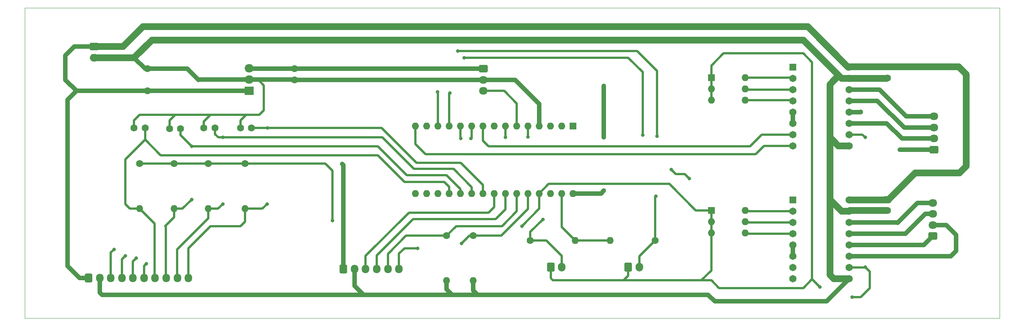
<source format=gbr>
%TF.GenerationSoftware,KiCad,Pcbnew,(6.0.7)*%
%TF.CreationDate,2023-06-05T07:56:33+05:30*%
%TF.ProjectId,acpm-arduino_motor_part,6163706d-2d61-4726-9475-696e6f5f6d6f,rev?*%
%TF.SameCoordinates,Original*%
%TF.FileFunction,Copper,L2,Bot*%
%TF.FilePolarity,Positive*%
%FSLAX46Y46*%
G04 Gerber Fmt 4.6, Leading zero omitted, Abs format (unit mm)*
G04 Created by KiCad (PCBNEW (6.0.7)) date 2023-06-05 07:56:33*
%MOMM*%
%LPD*%
G01*
G04 APERTURE LIST*
G04 Aperture macros list*
%AMRoundRect*
0 Rectangle with rounded corners*
0 $1 Rounding radius*
0 $2 $3 $4 $5 $6 $7 $8 $9 X,Y pos of 4 corners*
0 Add a 4 corners polygon primitive as box body*
4,1,4,$2,$3,$4,$5,$6,$7,$8,$9,$2,$3,0*
0 Add four circle primitives for the rounded corners*
1,1,$1+$1,$2,$3*
1,1,$1+$1,$4,$5*
1,1,$1+$1,$6,$7*
1,1,$1+$1,$8,$9*
0 Add four rect primitives between the rounded corners*
20,1,$1+$1,$2,$3,$4,$5,0*
20,1,$1+$1,$4,$5,$6,$7,0*
20,1,$1+$1,$6,$7,$8,$9,0*
20,1,$1+$1,$8,$9,$2,$3,0*%
G04 Aperture macros list end*
%TA.AperFunction,Profile*%
%ADD10C,0.100000*%
%TD*%
%TA.AperFunction,ComponentPad*%
%ADD11RoundRect,0.250000X-0.600000X-0.725000X0.600000X-0.725000X0.600000X0.725000X-0.600000X0.725000X0*%
%TD*%
%TA.AperFunction,ComponentPad*%
%ADD12O,1.700000X1.950000*%
%TD*%
%TA.AperFunction,ComponentPad*%
%ADD13RoundRect,0.250000X0.725000X-0.600000X0.725000X0.600000X-0.725000X0.600000X-0.725000X-0.600000X0*%
%TD*%
%TA.AperFunction,ComponentPad*%
%ADD14O,1.950000X1.700000*%
%TD*%
%TA.AperFunction,ComponentPad*%
%ADD15R,1.650000X1.650000*%
%TD*%
%TA.AperFunction,ComponentPad*%
%ADD16C,1.650000*%
%TD*%
%TA.AperFunction,ComponentPad*%
%ADD17RoundRect,0.250000X-0.750000X0.600000X-0.750000X-0.600000X0.750000X-0.600000X0.750000X0.600000X0*%
%TD*%
%TA.AperFunction,ComponentPad*%
%ADD18O,2.000000X1.700000*%
%TD*%
%TA.AperFunction,ComponentPad*%
%ADD19C,1.600000*%
%TD*%
%TA.AperFunction,ComponentPad*%
%ADD20R,1.600000X1.600000*%
%TD*%
%TA.AperFunction,ComponentPad*%
%ADD21O,1.600000X1.600000*%
%TD*%
%TA.AperFunction,ComponentPad*%
%ADD22R,2.000000X1.905000*%
%TD*%
%TA.AperFunction,ComponentPad*%
%ADD23O,2.000000X1.905000*%
%TD*%
%TA.AperFunction,ComponentPad*%
%ADD24RoundRect,0.250000X-0.600000X-0.750000X0.600000X-0.750000X0.600000X0.750000X-0.600000X0.750000X0*%
%TD*%
%TA.AperFunction,ComponentPad*%
%ADD25O,1.700000X2.000000*%
%TD*%
%TA.AperFunction,ComponentPad*%
%ADD26RoundRect,0.250000X-0.725000X0.600000X-0.725000X-0.600000X0.725000X-0.600000X0.725000X0.600000X0*%
%TD*%
%TA.AperFunction,ViaPad*%
%ADD27C,0.800000*%
%TD*%
%TA.AperFunction,Conductor*%
%ADD28C,0.500000*%
%TD*%
%TA.AperFunction,Conductor*%
%ADD29C,0.250000*%
%TD*%
%TA.AperFunction,Conductor*%
%ADD30C,1.000000*%
%TD*%
%TA.AperFunction,Conductor*%
%ADD31C,1.500000*%
%TD*%
G04 APERTURE END LIST*
D10*
X39000000Y-38000000D02*
X259000000Y-38000000D01*
X259000000Y-38000000D02*
X259000000Y-108000000D01*
X259000000Y-108000000D02*
X39000000Y-108000000D01*
X39000000Y-108000000D02*
X39000000Y-38000000D01*
D11*
%TO.P,J8,1,Pin_1*%
%TO.N,/12V*%
X53452500Y-98975000D03*
D12*
%TO.P,J8,2,Pin_2*%
%TO.N,/GND*%
X55952500Y-98975000D03*
%TO.P,J8,3,Pin_3*%
%TO.N,Net-(A1-Pad11)*%
X58452500Y-98975000D03*
%TO.P,J8,4,Pin_4*%
%TO.N,Net-(A1-Pad10)*%
X60952500Y-98975000D03*
%TO.P,J8,5,Pin_5*%
%TO.N,Net-(A1-Pad7)*%
X63452500Y-98975000D03*
%TO.P,J8,6,Pin_6*%
%TO.N,Net-(A1-Pad5)*%
X65952500Y-98975000D03*
%TO.P,J8,7,Pin_7*%
%TO.N,Net-(A1-Pad19)*%
X68452500Y-98975000D03*
%TO.P,J8,8,Pin_8*%
%TO.N,Net-(A1-Pad20)*%
X70952500Y-98975000D03*
%TO.P,J8,9,Pin_9*%
%TO.N,Net-(A1-Pad21)*%
X73452500Y-98975000D03*
%TO.P,J8,10,Pin_10*%
%TO.N,Net-(A1-Pad22)*%
X75952500Y-98975000D03*
%TD*%
D13*
%TO.P,J2,1,Pin_1*%
%TO.N,Net-(J2-Pad1)*%
X244177500Y-70000000D03*
D14*
%TO.P,J2,2,Pin_2*%
%TO.N,Net-(J2-Pad2)*%
X244177500Y-67500000D03*
%TO.P,J2,3,Pin_3*%
%TO.N,Net-(J2-Pad3)*%
X244177500Y-65000000D03*
%TO.P,J2,4,Pin_4*%
%TO.N,Net-(J2-Pad4)*%
X244177500Y-62500000D03*
%TD*%
D15*
%TO.P,U2,1,~{EN}*%
%TO.N,unconnected-(U2-Pad1)*%
X212352500Y-51360000D03*
D16*
%TO.P,U2,2,M0*%
%TO.N,Net-(SW2-Pad6)*%
X212352500Y-53900000D03*
%TO.P,U2,3,M1*%
%TO.N,Net-(SW2-Pad5)*%
X212352500Y-56440000D03*
%TO.P,U2,4,M2*%
%TO.N,Net-(SW2-Pad4)*%
X212352500Y-58980000D03*
%TO.P,U2,5,~{RST}*%
%TO.N,Net-(U2-Pad5)*%
X212352500Y-61520000D03*
%TO.P,U2,6,~{SLP}*%
X212352500Y-64060000D03*
%TO.P,U2,7,STEP*%
%TO.N,Net-(A1-Pad9)*%
X212352500Y-66600000D03*
%TO.P,U2,8,DIR*%
%TO.N,Net-(A1-Pad15)*%
X212352500Y-69140000D03*
%TO.P,U2,9,GND*%
%TO.N,/GND*%
X225052500Y-69140000D03*
%TO.P,U2,10,~{FLT}*%
%TO.N,Net-(A1-Pad27)*%
X225052500Y-66600000D03*
%TO.P,U2,11,A2*%
%TO.N,Net-(J2-Pad2)*%
X225052500Y-64060000D03*
%TO.P,U2,12,A1*%
%TO.N,Net-(J2-Pad1)*%
X225052500Y-61520000D03*
%TO.P,U2,13,B1*%
%TO.N,Net-(J2-Pad3)*%
X225052500Y-58980000D03*
%TO.P,U2,14,B2*%
%TO.N,Net-(J2-Pad4)*%
X225052500Y-56440000D03*
%TO.P,U2,15,GND_MOT*%
%TO.N,/GND*%
X225052500Y-53900000D03*
%TO.P,U2,16,VMOT*%
%TO.N,/12V*%
X225052500Y-51360000D03*
%TD*%
D17*
%TO.P,J7,1,Pin_1*%
%TO.N,/12V*%
X54702500Y-46750000D03*
D18*
%TO.P,J7,2,Pin_2*%
%TO.N,/GND*%
X54702500Y-49250000D03*
%TD*%
D19*
%TO.P,C7,1*%
%TO.N,/12V*%
X66702500Y-56750000D03*
%TO.P,C7,2*%
%TO.N,/GND*%
X66702500Y-51750000D03*
%TD*%
D13*
%TO.P,J1,1,Pin_1*%
%TO.N,Net-(J1-Pad1)*%
X243927500Y-89500000D03*
D14*
%TO.P,J1,2,Pin_2*%
%TO.N,Net-(J1-Pad2)*%
X243927500Y-87000000D03*
%TO.P,J1,3,Pin_3*%
%TO.N,Net-(J1-Pad3)*%
X243927500Y-84500000D03*
%TO.P,J1,4,Pin_4*%
%TO.N,Net-(J1-Pad4)*%
X243927500Y-82000000D03*
%TD*%
D19*
%TO.P,C5,1*%
%TO.N,Net-(A1-Pad21)*%
X81952500Y-65125000D03*
%TO.P,C5,2*%
%TO.N,/GND*%
X79452500Y-65125000D03*
%TD*%
D20*
%TO.P,A1,1,D1/TX*%
%TO.N,unconnected-(A1-Pad1)*%
X162752500Y-64640000D03*
D21*
%TO.P,A1,2,D0/RX*%
%TO.N,unconnected-(A1-Pad2)*%
X160212500Y-64640000D03*
%TO.P,A1,3,~{RESET}*%
%TO.N,unconnected-(A1-Pad3)*%
X157672500Y-64640000D03*
%TO.P,A1,4,GND*%
%TO.N,/GND*%
X155132500Y-64640000D03*
%TO.P,A1,5,D2*%
%TO.N,Net-(A1-Pad5)*%
X152592500Y-64640000D03*
%TO.P,A1,6,D3*%
%TO.N,/Sig*%
X150052500Y-64640000D03*
%TO.P,A1,7,D4*%
%TO.N,Net-(A1-Pad7)*%
X147512500Y-64640000D03*
%TO.P,A1,8,D5*%
%TO.N,Net-(A1-Pad8)*%
X144972500Y-64640000D03*
%TO.P,A1,9,D6*%
%TO.N,Net-(A1-Pad9)*%
X142432500Y-64640000D03*
%TO.P,A1,10,D7*%
%TO.N,Net-(A1-Pad10)*%
X139892500Y-64640000D03*
%TO.P,A1,11,D8*%
%TO.N,Net-(A1-Pad11)*%
X137352500Y-64640000D03*
%TO.P,A1,12,D9*%
%TO.N,Net-(A1-Pad12)*%
X134812500Y-64640000D03*
%TO.P,A1,13,D10*%
%TO.N,Net-(A1-Pad13)*%
X132272500Y-64640000D03*
%TO.P,A1,14,D11*%
%TO.N,Net-(A1-Pad14)*%
X129732500Y-64640000D03*
%TO.P,A1,15,D12*%
%TO.N,Net-(A1-Pad15)*%
X127192500Y-64640000D03*
%TO.P,A1,16,D13*%
%TO.N,unconnected-(A1-Pad16)*%
X127192500Y-79880000D03*
%TO.P,A1,17,3V3*%
%TO.N,unconnected-(A1-Pad17)*%
X129732500Y-79880000D03*
%TO.P,A1,18,AREF*%
%TO.N,unconnected-(A1-Pad18)*%
X132272500Y-79880000D03*
%TO.P,A1,19,A0*%
%TO.N,Net-(A1-Pad19)*%
X134812500Y-79880000D03*
%TO.P,A1,20,A1*%
%TO.N,Net-(A1-Pad20)*%
X137352500Y-79880000D03*
%TO.P,A1,21,A2*%
%TO.N,Net-(A1-Pad21)*%
X139892500Y-79880000D03*
%TO.P,A1,22,A3*%
%TO.N,Net-(A1-Pad22)*%
X142432500Y-79880000D03*
%TO.P,A1,23,A4*%
%TO.N,/SDA*%
X144972500Y-79880000D03*
%TO.P,A1,24,A5*%
%TO.N,/SCL*%
X147512500Y-79880000D03*
%TO.P,A1,25,A6*%
%TO.N,/SW1*%
X150052500Y-79880000D03*
%TO.P,A1,26,A7*%
%TO.N,/SW2*%
X152592500Y-79880000D03*
%TO.P,A1,27,+5V*%
%TO.N,Net-(A1-Pad27)*%
X155132500Y-79880000D03*
%TO.P,A1,28,~{RESET}*%
%TO.N,unconnected-(A1-Pad28)*%
X157672500Y-79880000D03*
%TO.P,A1,29,GND*%
%TO.N,/GND*%
X160212500Y-79880000D03*
%TO.P,A1,30,VIN*%
%TO.N,/12V*%
X162752500Y-79880000D03*
%TD*%
D22*
%TO.P,U3,1,VI*%
%TO.N,/12V*%
X89702500Y-56750000D03*
D23*
%TO.P,U3,2,GND*%
%TO.N,/GND*%
X89702500Y-54210000D03*
%TO.P,U3,3,VO*%
%TO.N,Net-(C8-Pad1)*%
X89702500Y-51670000D03*
%TD*%
D19*
%TO.P,C3,1*%
%TO.N,Net-(A1-Pad19)*%
X66202500Y-65125000D03*
%TO.P,C3,2*%
%TO.N,/GND*%
X63702500Y-65125000D03*
%TD*%
%TO.P,R2,1*%
%TO.N,Net-(A1-Pad27)*%
X72702500Y-73170000D03*
D21*
%TO.P,R2,2*%
%TO.N,Net-(A1-Pad20)*%
X72702500Y-83330000D03*
%TD*%
D19*
%TO.P,C8,1*%
%TO.N,Net-(C8-Pad1)*%
X99952500Y-51750000D03*
%TO.P,C8,2*%
%TO.N,/GND*%
X99952500Y-54250000D03*
%TD*%
%TO.P,R6,1*%
%TO.N,/SW2*%
X140202500Y-89420000D03*
D21*
%TO.P,R6,2*%
%TO.N,/GND*%
X140202500Y-99580000D03*
%TD*%
D11*
%TO.P,J3,1,Pin_1*%
%TO.N,Net-(C8-Pad1)*%
X110952500Y-96975000D03*
D12*
%TO.P,J3,2,Pin_2*%
%TO.N,/GND*%
X113452500Y-96975000D03*
%TO.P,J3,3,Pin_3*%
%TO.N,/SDA*%
X115952500Y-96975000D03*
%TO.P,J3,4,Pin_4*%
%TO.N,/SCL*%
X118452500Y-96975000D03*
%TO.P,J3,5,Pin_5*%
%TO.N,/SW1*%
X120952500Y-96975000D03*
%TO.P,J3,6,Pin_6*%
%TO.N,/SW2*%
X123452500Y-96975000D03*
%TD*%
D19*
%TO.P,C6,1*%
%TO.N,Net-(A1-Pad22)*%
X90202500Y-65125000D03*
%TO.P,C6,2*%
%TO.N,/GND*%
X87702500Y-65125000D03*
%TD*%
%TO.P,R4,1*%
%TO.N,Net-(A1-Pad27)*%
X88702500Y-73170000D03*
D21*
%TO.P,R4,2*%
%TO.N,Net-(A1-Pad22)*%
X88702500Y-83330000D03*
%TD*%
D24*
%TO.P,J4,1,Pin_1*%
%TO.N,Net-(A1-Pad27)*%
X157702500Y-96500000D03*
D25*
%TO.P,J4,2,Pin_2*%
%TO.N,Net-(A1-Pad12)*%
X160202500Y-96500000D03*
%TD*%
D20*
%TO.P,SW2,1*%
%TO.N,Net-(A1-Pad27)*%
X193935000Y-53725000D03*
D21*
%TO.P,SW2,2*%
X193935000Y-56265000D03*
%TO.P,SW2,3*%
X193935000Y-58805000D03*
%TO.P,SW2,4*%
%TO.N,Net-(SW2-Pad4)*%
X201555000Y-58805000D03*
%TO.P,SW2,5*%
%TO.N,Net-(SW2-Pad5)*%
X201555000Y-56265000D03*
%TO.P,SW2,6*%
%TO.N,Net-(SW2-Pad6)*%
X201555000Y-53725000D03*
%TD*%
D19*
%TO.P,C4,1*%
%TO.N,Net-(A1-Pad20)*%
X74202500Y-65250000D03*
%TO.P,C4,2*%
%TO.N,/GND*%
X71702500Y-65250000D03*
%TD*%
%TO.P,R5,1*%
%TO.N,/SW1*%
X134202500Y-89420000D03*
D21*
%TO.P,R5,2*%
%TO.N,/GND*%
X134202500Y-99580000D03*
%TD*%
D19*
%TO.P,R1,1*%
%TO.N,Net-(A1-Pad27)*%
X64952500Y-73170000D03*
D21*
%TO.P,R1,2*%
%TO.N,Net-(A1-Pad19)*%
X64952500Y-83330000D03*
%TD*%
D19*
%TO.P,R8,1*%
%TO.N,Net-(A1-Pad13)*%
X181282500Y-90500000D03*
D21*
%TO.P,R8,2*%
%TO.N,/GND*%
X171122500Y-90500000D03*
%TD*%
D24*
%TO.P,J5,1,Pin_1*%
%TO.N,Net-(A1-Pad27)*%
X175202500Y-96500000D03*
D25*
%TO.P,J5,2,Pin_2*%
%TO.N,Net-(A1-Pad13)*%
X177702500Y-96500000D03*
%TD*%
D20*
%TO.P,SW1,1*%
%TO.N,Net-(A1-Pad27)*%
X193935000Y-83725000D03*
D21*
%TO.P,SW1,2*%
X193935000Y-86265000D03*
%TO.P,SW1,3*%
X193935000Y-88805000D03*
%TO.P,SW1,4*%
%TO.N,Net-(SW1-Pad4)*%
X201555000Y-88805000D03*
%TO.P,SW1,5*%
%TO.N,Net-(SW1-Pad5)*%
X201555000Y-86265000D03*
%TO.P,SW1,6*%
%TO.N,Net-(SW1-Pad6)*%
X201555000Y-83725000D03*
%TD*%
D26*
%TO.P,J6,1,Pin_1*%
%TO.N,Net-(C8-Pad1)*%
X142477500Y-51750000D03*
D14*
%TO.P,J6,2,Pin_2*%
%TO.N,/GND*%
X142477500Y-54250000D03*
%TO.P,J6,3,Pin_3*%
%TO.N,/Sig*%
X142477500Y-56750000D03*
%TD*%
D20*
%TO.P,C1,1*%
%TO.N,/12V*%
X233702500Y-81250000D03*
D19*
%TO.P,C1,2*%
%TO.N,/GND*%
X233702500Y-83750000D03*
%TD*%
D15*
%TO.P,U1,1,~{EN}*%
%TO.N,unconnected-(U1-Pad1)*%
X212352500Y-81360000D03*
D16*
%TO.P,U1,2,M0*%
%TO.N,Net-(SW1-Pad6)*%
X212352500Y-83900000D03*
%TO.P,U1,3,M1*%
%TO.N,Net-(SW1-Pad5)*%
X212352500Y-86440000D03*
%TO.P,U1,4,M2*%
%TO.N,Net-(SW1-Pad4)*%
X212352500Y-88980000D03*
%TO.P,U1,5,~{RST}*%
%TO.N,Net-(U1-Pad5)*%
X212352500Y-91520000D03*
%TO.P,U1,6,~{SLP}*%
X212352500Y-94060000D03*
%TO.P,U1,7,STEP*%
%TO.N,Net-(A1-Pad8)*%
X212352500Y-96600000D03*
%TO.P,U1,8,DIR*%
%TO.N,Net-(A1-Pad14)*%
X212352500Y-99140000D03*
%TO.P,U1,9,GND*%
%TO.N,/GND*%
X225052500Y-99140000D03*
%TO.P,U1,10,~{FLT}*%
%TO.N,Net-(A1-Pad27)*%
X225052500Y-96600000D03*
%TO.P,U1,11,A2*%
%TO.N,Net-(J1-Pad2)*%
X225052500Y-94060000D03*
%TO.P,U1,12,A1*%
%TO.N,Net-(J1-Pad1)*%
X225052500Y-91520000D03*
%TO.P,U1,13,B1*%
%TO.N,Net-(J1-Pad3)*%
X225052500Y-88980000D03*
%TO.P,U1,14,B2*%
%TO.N,Net-(J1-Pad4)*%
X225052500Y-86440000D03*
%TO.P,U1,15,GND_MOT*%
%TO.N,/GND*%
X225052500Y-83900000D03*
%TO.P,U1,16,VMOT*%
%TO.N,/12V*%
X225052500Y-81360000D03*
%TD*%
D19*
%TO.P,R3,1*%
%TO.N,Net-(A1-Pad27)*%
X80452500Y-73170000D03*
D21*
%TO.P,R3,2*%
%TO.N,Net-(A1-Pad21)*%
X80452500Y-83330000D03*
%TD*%
D19*
%TO.P,R7,1*%
%TO.N,Net-(A1-Pad12)*%
X153122500Y-90500000D03*
D21*
%TO.P,R7,2*%
%TO.N,/GND*%
X163282500Y-90500000D03*
%TD*%
D20*
%TO.P,C2,1*%
%TO.N,/12V*%
X233702500Y-51317621D03*
D19*
%TO.P,C2,2*%
%TO.N,/GND*%
X233702500Y-53817621D03*
%TD*%
D27*
%TO.N,Net-(A1-Pad5)*%
X66452500Y-95750000D03*
X152550000Y-67150000D03*
%TO.N,Net-(A1-Pad7)*%
X64202500Y-94500000D03*
X147452500Y-67250000D03*
%TO.N,Net-(A1-Pad8)*%
X188952500Y-76500000D03*
X184952500Y-74500000D03*
%TO.N,Net-(A1-Pad10)*%
X139702500Y-67500000D03*
X61702500Y-94000000D03*
%TO.N,Net-(A1-Pad12)*%
X134952500Y-57250000D03*
X178452500Y-66750000D03*
X155952500Y-85750000D03*
X138202500Y-49250000D03*
%TO.N,Net-(A1-Pad13)*%
X181702500Y-67000000D03*
X181452500Y-80500000D03*
X132202500Y-57000000D03*
X136702500Y-47750000D03*
%TO.N,Net-(A1-Pad20)*%
X76702500Y-69250000D03*
X76702500Y-81250000D03*
%TO.N,Net-(A1-Pad21)*%
X83702500Y-82250000D03*
X83702500Y-67250000D03*
%TO.N,Net-(A1-Pad22)*%
X93702500Y-82250000D03*
X93827500Y-65125000D03*
%TO.N,/SW2*%
X127702500Y-92250000D03*
X137600000Y-91150000D03*
%TO.N,/12V*%
X169700000Y-55650000D03*
X169702500Y-79250000D03*
X169702500Y-67250000D03*
X168702500Y-42250000D03*
%TO.N,Net-(C8-Pad1)*%
X110702500Y-73250000D03*
X110702500Y-51750000D03*
%TO.N,Net-(J2-Pad1)*%
X236452500Y-70000000D03*
X227702500Y-61500000D03*
%TO.N,Net-(A1-Pad27)*%
X228702500Y-67250000D03*
X151202500Y-87250000D03*
X108452500Y-86000000D03*
X218452500Y-101000000D03*
X225702500Y-103250000D03*
X228650000Y-96500000D03*
%TO.N,Net-(A1-Pad11)*%
X137452500Y-67500000D03*
X59202500Y-92500000D03*
%TD*%
D28*
%TO.N,Net-(A1-Pad19)*%
X62782500Y-83330000D02*
X64952500Y-83330000D01*
X61702500Y-82250000D02*
X62782500Y-83330000D01*
X61702500Y-72247500D02*
X61702500Y-82250000D01*
X66202500Y-67747500D02*
X61702500Y-72247500D01*
X66202500Y-66750000D02*
X66202500Y-67747500D01*
%TO.N,Net-(A1-Pad5)*%
X152592500Y-64640000D02*
X152592500Y-67257500D01*
D29*
X152550000Y-67300000D02*
X152550000Y-67152500D01*
D30*
%TO.N,/12V*%
X169702500Y-55652500D02*
X169700000Y-55650000D01*
X169702500Y-67250000D02*
X169702500Y-55652500D01*
D28*
%TO.N,/SCL*%
X147512500Y-83440000D02*
X147512500Y-79880000D01*
X145252500Y-85700000D02*
X147512500Y-83440000D01*
X118452500Y-93897500D02*
X126650000Y-85700000D01*
X126650000Y-85700000D02*
X145252500Y-85700000D01*
X118452500Y-96975000D02*
X118452500Y-93897500D01*
%TO.N,/SW1*%
X120952500Y-93547500D02*
X120952500Y-96975000D01*
X125080000Y-89420000D02*
X120952500Y-93547500D01*
X134202500Y-89420000D02*
X125080000Y-89420000D01*
%TO.N,/SW2*%
X139330000Y-89420000D02*
X140202500Y-89420000D01*
X137600000Y-91150000D02*
X139330000Y-89420000D01*
%TO.N,Net-(A1-Pad27)*%
X227702500Y-103250000D02*
X225702500Y-103250000D01*
X229702500Y-97552500D02*
X229702500Y-101250000D01*
X228650000Y-96500000D02*
X229702500Y-97552500D01*
X229702500Y-101250000D02*
X227702500Y-103250000D01*
%TO.N,Net-(A1-Pad19)*%
X68322500Y-86700000D02*
X64952500Y-83330000D01*
X68322500Y-98845000D02*
X68322500Y-86700000D01*
X68452500Y-98975000D02*
X68322500Y-98845000D01*
%TO.N,Net-(A1-Pad20)*%
X70862500Y-98885000D02*
X70952500Y-98975000D01*
X70862500Y-87410000D02*
X70862500Y-98885000D01*
%TO.N,Net-(A1-Pad21)*%
X73402500Y-92550000D02*
X80452500Y-85500000D01*
X73402500Y-98925000D02*
X73402500Y-92550000D01*
X80452500Y-85500000D02*
X80452500Y-83330000D01*
X73452500Y-98975000D02*
X73402500Y-98925000D01*
%TO.N,Net-(A1-Pad22)*%
X75942500Y-98965000D02*
X75952500Y-98975000D01*
X80952500Y-87250000D02*
X75942500Y-92260000D01*
X75942500Y-92260000D02*
X75942500Y-98965000D01*
X87702500Y-87250000D02*
X80952500Y-87250000D01*
X88702500Y-86250000D02*
X87702500Y-87250000D01*
X88702500Y-83330000D02*
X88702500Y-86250000D01*
%TO.N,Net-(A1-Pad20)*%
X134202500Y-75750000D02*
X137352500Y-78900000D01*
X125202500Y-75750000D02*
X134202500Y-75750000D01*
X118702500Y-69250000D02*
X125202500Y-75750000D01*
X137352500Y-78900000D02*
X137352500Y-79880000D01*
%TO.N,Net-(A1-Pad21)*%
X135802500Y-74350000D02*
X126802500Y-74350000D01*
X139892500Y-79880000D02*
X139892500Y-78440000D01*
X139892500Y-78440000D02*
X135802500Y-74350000D01*
X126802500Y-74350000D02*
X119702500Y-67250000D01*
%TO.N,Net-(A1-Pad22)*%
X142432500Y-77980000D02*
X142432500Y-79880000D01*
X137452500Y-73000000D02*
X142432500Y-77980000D01*
X127452500Y-73000000D02*
X137452500Y-73000000D01*
X119577500Y-65125000D02*
X127452500Y-73000000D01*
%TO.N,Net-(A1-Pad27)*%
X228650000Y-96600000D02*
X225052500Y-96600000D01*
D31*
%TO.N,/12V*%
X249952500Y-75250000D02*
X239952500Y-75250000D01*
X239952500Y-75250000D02*
X233842500Y-81360000D01*
X249770121Y-51317621D02*
X251452500Y-53000000D01*
X251452500Y-53000000D02*
X251452500Y-73750000D01*
X233842500Y-81360000D02*
X225052500Y-81360000D01*
X225094879Y-51317621D02*
X249770121Y-51317621D01*
X251452500Y-73750000D02*
X249952500Y-75250000D01*
X225052500Y-51360000D02*
X225094879Y-51317621D01*
D28*
%TO.N,Net-(A1-Pad27)*%
X218452500Y-101000000D02*
X216702500Y-99250000D01*
X193935000Y-51017500D02*
X193935000Y-53725000D01*
X214702500Y-48250000D02*
X196702500Y-48250000D01*
X216702500Y-50250000D02*
X214702500Y-48250000D01*
X196702500Y-48250000D02*
X193935000Y-51017500D01*
X216702500Y-99250000D02*
X216702500Y-50250000D01*
%TO.N,Net-(A1-Pad13)*%
X181702500Y-52250000D02*
X181702500Y-67000000D01*
X177202500Y-47750000D02*
X181702500Y-52250000D01*
X136702500Y-47750000D02*
X177202500Y-47750000D01*
%TO.N,Net-(A1-Pad12)*%
X178452500Y-52500000D02*
X178452500Y-66750000D01*
X138202500Y-49250000D02*
X175202500Y-49250000D01*
X175202500Y-49250000D02*
X178452500Y-52500000D01*
%TO.N,/GND*%
X91662500Y-54210000D02*
X92952500Y-55500000D01*
X92952500Y-55500000D02*
X92952500Y-61125000D01*
D29*
X89702500Y-54210000D02*
X91662500Y-54210000D01*
D28*
X92952500Y-61125000D02*
X91952500Y-62125000D01*
X91952500Y-62125000D02*
X89952500Y-62125000D01*
%TO.N,Net-(A1-Pad15)*%
X129452500Y-71000000D02*
X127192500Y-68740000D01*
X203952500Y-71000000D02*
X129452500Y-71000000D01*
X205812500Y-69140000D02*
X203952500Y-71000000D01*
X212352500Y-69140000D02*
X205812500Y-69140000D01*
X127192500Y-68740000D02*
X127192500Y-64640000D01*
%TO.N,Net-(A1-Pad11)*%
X58452500Y-93250000D02*
X58452500Y-98975000D01*
X59202500Y-92500000D02*
X58452500Y-93250000D01*
%TO.N,Net-(A1-Pad10)*%
X60952500Y-94750000D02*
X60952500Y-98975000D01*
X61702500Y-94000000D02*
X60952500Y-94750000D01*
%TO.N,Net-(A1-Pad7)*%
X64202500Y-94500000D02*
X63452500Y-95250000D01*
X63452500Y-95250000D02*
X63452500Y-98975000D01*
%TO.N,Net-(A1-Pad5)*%
X66452500Y-95750000D02*
X65952500Y-96250000D01*
X65952500Y-96250000D02*
X65952500Y-98975000D01*
D30*
%TO.N,/12V*%
X48702500Y-96250000D02*
X51427500Y-98975000D01*
X51427500Y-98975000D02*
X53452500Y-98975000D01*
X48702500Y-58750000D02*
X48702500Y-96250000D01*
X50702500Y-56750000D02*
X48702500Y-58750000D01*
%TO.N,/GND*%
X55952500Y-102250000D02*
X55952500Y-98975000D01*
X115452500Y-102750000D02*
X56452500Y-102750000D01*
X56452500Y-102750000D02*
X55952500Y-102250000D01*
X142477500Y-54250000D02*
X149702500Y-54250000D01*
D31*
X67702500Y-45250000D02*
X214702500Y-45250000D01*
X225052500Y-53900000D02*
X233552500Y-53900000D01*
D30*
X113452500Y-100750000D02*
X115452500Y-102750000D01*
X78202500Y-54250000D02*
X75702500Y-51750000D01*
D28*
X63702500Y-65125000D02*
X63702500Y-63375000D01*
D30*
X66202500Y-51750000D02*
X63702500Y-49250000D01*
D31*
X225052500Y-83900000D02*
X223352500Y-83900000D01*
D30*
X140202500Y-101750000D02*
X141202500Y-102750000D01*
D28*
X79452500Y-63625000D02*
X80952500Y-62125000D01*
X160212500Y-87430000D02*
X163282500Y-90500000D01*
D31*
X220702500Y-81250000D02*
X220702500Y-67250000D01*
D30*
X113452500Y-96975000D02*
X113452500Y-100750000D01*
X149702500Y-54250000D02*
X155132500Y-59680000D01*
X142477500Y-54250000D02*
X99952500Y-54250000D01*
D28*
X87702500Y-65125000D02*
X87702500Y-63375000D01*
X88952500Y-62125000D02*
X89952500Y-62125000D01*
D30*
X89702500Y-54210000D02*
X78242500Y-54210000D01*
X141202500Y-102750000D02*
X135452500Y-102750000D01*
D31*
X220702500Y-67250000D02*
X220702500Y-55250000D01*
D30*
X134202500Y-99580000D02*
X134202500Y-101500000D01*
D28*
X63702500Y-63375000D02*
X64952500Y-62125000D01*
X171122500Y-90500000D02*
X163282500Y-90500000D01*
D31*
X222702500Y-53250000D02*
X223352500Y-53900000D01*
D30*
X194702500Y-104250000D02*
X193202500Y-102750000D01*
X219942500Y-104250000D02*
X194702500Y-104250000D01*
D31*
X233702500Y-83750000D02*
X225202500Y-83750000D01*
D30*
X134202500Y-101500000D02*
X135452500Y-102750000D01*
X99912500Y-54210000D02*
X99952500Y-54250000D01*
X225052500Y-99140000D02*
X219942500Y-104250000D01*
X135452500Y-102750000D02*
X115452500Y-102750000D01*
D31*
X225052500Y-99140000D02*
X221592500Y-99140000D01*
D30*
X75702500Y-51750000D02*
X66202500Y-51750000D01*
D28*
X71702500Y-65125000D02*
X71702500Y-63375000D01*
X87702500Y-63375000D02*
X88952500Y-62125000D01*
D31*
X223352500Y-83900000D02*
X220702500Y-81250000D01*
D28*
X79452500Y-65125000D02*
X79452500Y-63625000D01*
D31*
X221592500Y-99140000D02*
X220702500Y-98250000D01*
D28*
X71702500Y-63375000D02*
X72952500Y-62125000D01*
D31*
X220702500Y-98250000D02*
X220702500Y-81250000D01*
X220702500Y-55250000D02*
X222702500Y-53250000D01*
D28*
X160212500Y-79880000D02*
X160212500Y-87430000D01*
D30*
X193202500Y-102750000D02*
X141202500Y-102750000D01*
D31*
X63702500Y-49250000D02*
X67702500Y-45250000D01*
D30*
X155132500Y-59680000D02*
X155132500Y-64640000D01*
X89702500Y-54210000D02*
X99912500Y-54210000D01*
D31*
X214702500Y-45250000D02*
X222702500Y-53250000D01*
D30*
X140202500Y-99580000D02*
X140202500Y-101750000D01*
D28*
X64952500Y-62125000D02*
X72952500Y-62125000D01*
D31*
X54702500Y-49250000D02*
X63702500Y-49250000D01*
D28*
X72952500Y-62125000D02*
X89952500Y-62125000D01*
D30*
X78242500Y-54210000D02*
X78202500Y-54250000D01*
D31*
X222592500Y-69140000D02*
X220702500Y-67250000D01*
D30*
X233552500Y-53900000D02*
X233702500Y-53750000D01*
X225202500Y-83750000D02*
X225052500Y-83900000D01*
D31*
X225052500Y-69140000D02*
X222592500Y-69140000D01*
X223352500Y-53900000D02*
X225052500Y-53900000D01*
D28*
%TO.N,/Sig*%
X150052500Y-59600000D02*
X150052500Y-64640000D01*
X142477500Y-56750000D02*
X147202500Y-56750000D01*
X147202500Y-56750000D02*
X150052500Y-59600000D01*
%TO.N,Net-(A1-Pad7)*%
X147512500Y-64640000D02*
X147512500Y-67190000D01*
D29*
X147512500Y-67190000D02*
X147452500Y-67250000D01*
D28*
%TO.N,Net-(A1-Pad8)*%
X185952500Y-75500000D02*
X184952500Y-74500000D01*
X188952500Y-76500000D02*
X187952500Y-75500000D01*
X187952500Y-75500000D02*
X185952500Y-75500000D01*
%TO.N,Net-(A1-Pad9)*%
X212352500Y-66600000D02*
X205352500Y-66600000D01*
X202702500Y-69250000D02*
X143702500Y-69250000D01*
X143702500Y-69250000D02*
X142432500Y-67980000D01*
X142432500Y-67980000D02*
X142432500Y-64640000D01*
X205352500Y-66600000D02*
X202702500Y-69250000D01*
%TO.N,Net-(A1-Pad10)*%
X139892500Y-64640000D02*
X139892500Y-67310000D01*
D29*
X139892500Y-67310000D02*
X139702500Y-67500000D01*
D28*
%TO.N,Net-(A1-Pad12)*%
X160202500Y-96500000D02*
X160202500Y-94000000D01*
X153122500Y-88580000D02*
X155952500Y-85750000D01*
X134812500Y-57390000D02*
X134812500Y-64640000D01*
X160202500Y-94000000D02*
X156702500Y-90500000D01*
X153122500Y-90500000D02*
X153122500Y-88580000D01*
D29*
X134952500Y-57250000D02*
X134812500Y-57390000D01*
D28*
X156702500Y-90500000D02*
X153122500Y-90500000D01*
D29*
%TO.N,Net-(A1-Pad13)*%
X181282500Y-80670000D02*
X181452500Y-80500000D01*
D28*
X181282500Y-90500000D02*
X181282500Y-80670000D01*
X177702500Y-96500000D02*
X177702500Y-94080000D01*
D29*
X132202500Y-57000000D02*
X132272500Y-57070000D01*
D28*
X132272500Y-57070000D02*
X132272500Y-64640000D01*
X177702500Y-94080000D02*
X181282500Y-90500000D01*
%TO.N,Net-(A1-Pad19)*%
X69702500Y-71250000D02*
X118702500Y-71250000D01*
X66202500Y-67750000D02*
X69702500Y-71250000D01*
X66202500Y-65125000D02*
X66202500Y-67750000D01*
X118702500Y-71250000D02*
X124702500Y-77250000D01*
X134812500Y-78360000D02*
X134812500Y-79880000D01*
X133702500Y-77250000D02*
X134812500Y-78360000D01*
X124702500Y-77250000D02*
X133702500Y-77250000D01*
D29*
X66202500Y-65125000D02*
X66202500Y-66750000D01*
D28*
%TO.N,Net-(A1-Pad20)*%
X74202500Y-65250000D02*
X74202500Y-66750000D01*
D29*
X70702500Y-87250000D02*
X70862500Y-87410000D01*
D28*
X72702500Y-83330000D02*
X74622500Y-83330000D01*
X74622500Y-83330000D02*
X76702500Y-81250000D01*
X74202500Y-66750000D02*
X76702500Y-69250000D01*
X76702500Y-69250000D02*
X118702500Y-69250000D01*
X72702500Y-83330000D02*
X72702500Y-85250000D01*
X72702500Y-85250000D02*
X70702500Y-87250000D01*
%TO.N,Net-(A1-Pad21)*%
X82622500Y-83330000D02*
X83702500Y-82250000D01*
X119702500Y-67250000D02*
X83702500Y-67250000D01*
X80452500Y-83330000D02*
X82622500Y-83330000D01*
X82702500Y-67250000D02*
X81952500Y-66500000D01*
X83702500Y-67250000D02*
X82702500Y-67250000D01*
X81952500Y-66500000D02*
X81952500Y-65125000D01*
%TO.N,Net-(A1-Pad22)*%
X88702500Y-83330000D02*
X92622500Y-83330000D01*
X92622500Y-83330000D02*
X93702500Y-82250000D01*
X90202500Y-65125000D02*
X93827500Y-65125000D01*
X93827500Y-65125000D02*
X119577500Y-65125000D01*
%TO.N,/SDA*%
X115952500Y-94000000D02*
X125702500Y-84250000D01*
X125702500Y-84250000D02*
X143702500Y-84250000D01*
X115952500Y-96975000D02*
X115952500Y-94000000D01*
X144972500Y-82980000D02*
X144972500Y-79880000D01*
X143702500Y-84250000D02*
X144972500Y-82980000D01*
%TO.N,/SW1*%
X134202500Y-89420000D02*
X136372500Y-87250000D01*
X150052500Y-83900000D02*
X150052500Y-79880000D01*
X136372500Y-87250000D02*
X146702500Y-87250000D01*
X146702500Y-87250000D02*
X150052500Y-83900000D01*
%TO.N,/SW2*%
X123452500Y-93500000D02*
X123452500Y-96975000D01*
X124702500Y-92250000D02*
X123452500Y-93500000D01*
X140202500Y-89420000D02*
X146532500Y-89420000D01*
X127702500Y-92250000D02*
X124702500Y-92250000D01*
X152592500Y-83360000D02*
X152592500Y-79880000D01*
X146532500Y-89420000D02*
X152592500Y-83360000D01*
D31*
%TO.N,/12V*%
X215702500Y-42250000D02*
X168702500Y-42250000D01*
D30*
X50202500Y-46750000D02*
X54702500Y-46750000D01*
X225052500Y-51360000D02*
X224812500Y-51360000D01*
D31*
X61202500Y-46750000D02*
X54702500Y-46750000D01*
D30*
X169072500Y-79880000D02*
X169702500Y-79250000D01*
X89702500Y-56750000D02*
X50702500Y-56750000D01*
X162752500Y-79880000D02*
X169072500Y-79880000D01*
X48202500Y-48750000D02*
X50202500Y-46750000D01*
X48202500Y-54250000D02*
X48202500Y-48750000D01*
D31*
X65702500Y-42250000D02*
X61202500Y-46750000D01*
D30*
X50702500Y-56750000D02*
X48202500Y-54250000D01*
D31*
X168702500Y-42250000D02*
X65702500Y-42250000D01*
X224812500Y-51360000D02*
X215702500Y-42250000D01*
D30*
%TO.N,Net-(C8-Pad1)*%
X99952500Y-51750000D02*
X110702500Y-51750000D01*
X110702500Y-51750000D02*
X142477500Y-51750000D01*
X110952500Y-73500000D02*
X110952500Y-96975000D01*
X89782500Y-51750000D02*
X89702500Y-51670000D01*
X99952500Y-51750000D02*
X89782500Y-51750000D01*
X110702500Y-73250000D02*
X110952500Y-73500000D01*
%TO.N,Net-(J1-Pad1)*%
X241907500Y-91520000D02*
X225052500Y-91520000D01*
X243927500Y-89500000D02*
X241907500Y-91520000D01*
%TO.N,Net-(J1-Pad2)*%
X243927500Y-87000000D02*
X246952500Y-87000000D01*
X249202500Y-92870000D02*
X248012500Y-94060000D01*
X248012500Y-94060000D02*
X225052500Y-94060000D01*
X246952500Y-87000000D02*
X249202500Y-89250000D01*
X249202500Y-89250000D02*
X249202500Y-92870000D01*
%TO.N,Net-(J1-Pad3)*%
X225052500Y-88980000D02*
X237722500Y-88980000D01*
X242202500Y-84500000D02*
X243927500Y-84500000D01*
X237722500Y-88980000D02*
X242202500Y-84500000D01*
%TO.N,Net-(J1-Pad4)*%
X235952500Y-86500000D02*
X235892500Y-86440000D01*
X240452500Y-82000000D02*
X235952500Y-86500000D01*
X243927500Y-82000000D02*
X240452500Y-82000000D01*
X235892500Y-86440000D02*
X225052500Y-86440000D01*
%TO.N,Net-(J2-Pad1)*%
X244177500Y-70000000D02*
X236452500Y-70000000D01*
X227682500Y-61520000D02*
X227702500Y-61500000D01*
X225052500Y-61520000D02*
X227682500Y-61520000D01*
%TO.N,Net-(J2-Pad2)*%
X236952500Y-67500000D02*
X233512500Y-64060000D01*
X244177500Y-67500000D02*
X236952500Y-67500000D01*
X233512500Y-64060000D02*
X225052500Y-64060000D01*
%TO.N,Net-(J2-Pad3)*%
X225052500Y-58980000D02*
X231432500Y-58980000D01*
X237452500Y-65000000D02*
X244177500Y-65000000D01*
X231432500Y-58980000D02*
X237452500Y-65000000D01*
%TO.N,Net-(J2-Pad4)*%
X231892500Y-56440000D02*
X225052500Y-56440000D01*
X237952500Y-62500000D02*
X231892500Y-56440000D01*
X244177500Y-62500000D02*
X237952500Y-62500000D01*
D28*
%TO.N,Net-(SW1-Pad4)*%
X201730000Y-88980000D02*
X201555000Y-88805000D01*
X212352500Y-88980000D02*
X201730000Y-88980000D01*
%TO.N,Net-(SW1-Pad5)*%
X201730000Y-86440000D02*
X201555000Y-86265000D01*
X212352500Y-86440000D02*
X201730000Y-86440000D01*
%TO.N,Net-(SW1-Pad6)*%
X212352500Y-83900000D02*
X201730000Y-83900000D01*
X201730000Y-83900000D02*
X201555000Y-83725000D01*
%TO.N,Net-(SW2-Pad4)*%
X201555000Y-58805000D02*
X212177500Y-58805000D01*
D29*
X212177500Y-58805000D02*
X212352500Y-58980000D01*
D28*
%TO.N,Net-(SW2-Pad5)*%
X201730000Y-56440000D02*
X201555000Y-56265000D01*
X212352500Y-56440000D02*
X201730000Y-56440000D01*
%TO.N,Net-(SW2-Pad6)*%
X201555000Y-53725000D02*
X212177500Y-53725000D01*
D29*
X212177500Y-53725000D02*
X212352500Y-53900000D01*
D30*
%TO.N,Net-(U1-Pad5)*%
X212352500Y-94060000D02*
X212352500Y-91520000D01*
%TO.N,Net-(U2-Pad5)*%
X212352500Y-64060000D02*
X212352500Y-61520000D01*
D28*
%TO.N,Net-(A1-Pad27)*%
X175202500Y-96500000D02*
X175202500Y-98500000D01*
X155132500Y-79880000D02*
X157262500Y-77750000D01*
X80452500Y-73170000D02*
X88702500Y-73170000D01*
X193952500Y-97250000D02*
X193952500Y-96250000D01*
X193935000Y-58805000D02*
X193935000Y-53725000D01*
X157262500Y-77750000D02*
X184452500Y-77750000D01*
X108452500Y-86000000D02*
X108452500Y-74750000D01*
X158202500Y-99500000D02*
X174202500Y-99500000D01*
X157702500Y-96500000D02*
X157702500Y-99000000D01*
X193952500Y-96250000D02*
X193935000Y-96232500D01*
X228052500Y-66600000D02*
X228702500Y-67250000D01*
X193935000Y-83725000D02*
X193935000Y-96232500D01*
X155132500Y-79880000D02*
X155132500Y-83320000D01*
X190427500Y-83725000D02*
X193935000Y-83725000D01*
X184452500Y-77750000D02*
X190427500Y-83725000D01*
X191702500Y-99500000D02*
X193952500Y-99500000D01*
X72702500Y-73170000D02*
X80452500Y-73170000D01*
X225052500Y-66600000D02*
X228052500Y-66600000D01*
X191702500Y-99500000D02*
X193952500Y-97250000D01*
X195702500Y-101250000D02*
X214702500Y-101250000D01*
X175202500Y-98500000D02*
X174202500Y-99500000D01*
X155132500Y-83320000D02*
X151202500Y-87250000D01*
X193952500Y-99500000D02*
X195702500Y-101250000D01*
X174202500Y-99500000D02*
X191702500Y-99500000D01*
X108452500Y-74750000D02*
X106872500Y-73170000D01*
X64952500Y-73170000D02*
X72702500Y-73170000D01*
X106872500Y-73170000D02*
X88702500Y-73170000D01*
X157702500Y-99000000D02*
X158202500Y-99500000D01*
X214702500Y-101250000D02*
X216702500Y-99250000D01*
%TO.N,Net-(A1-Pad11)*%
X137352500Y-64640000D02*
X137352500Y-67400000D01*
D29*
X137352500Y-67400000D02*
X137452500Y-67500000D01*
%TD*%
M02*

</source>
